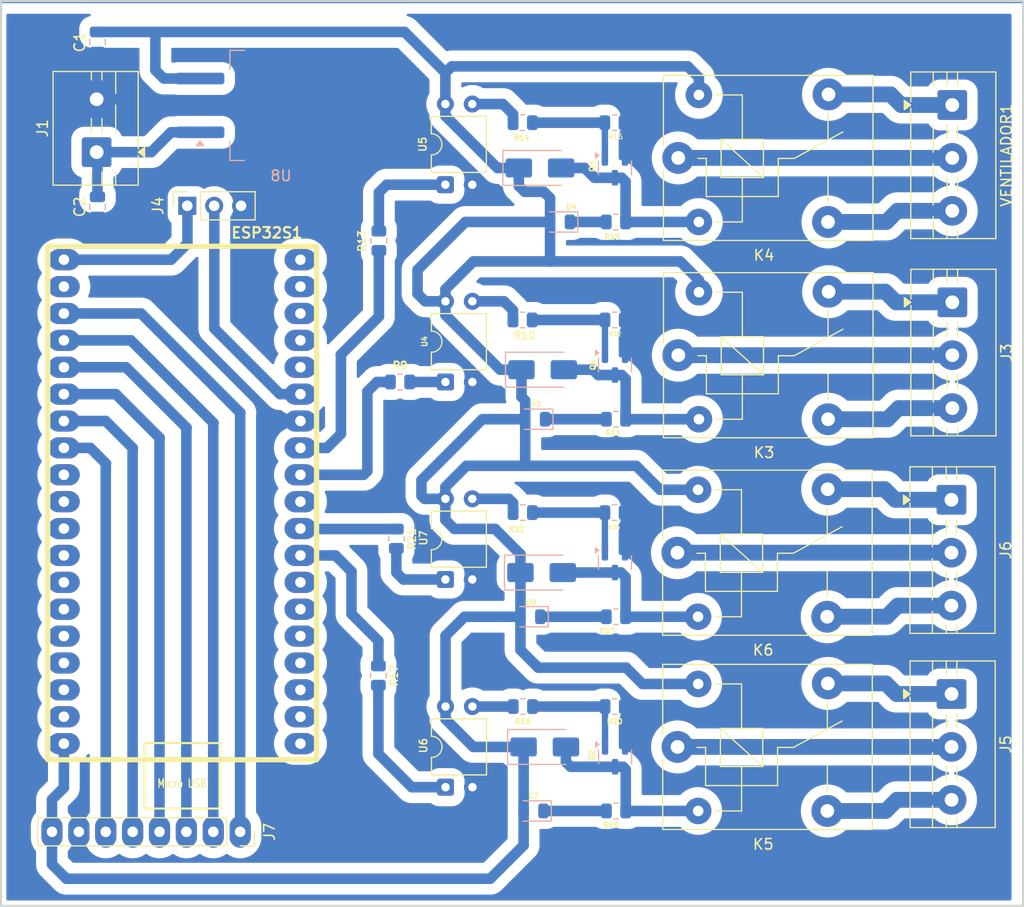
<source format=kicad_pcb>
(kicad_pcb (version 20241229) (generator "pcbnew") (generator_version "9.0")
  (layers (0 "F.Cu" signal) (2 "B.Cu" signal) (13 "F.Paste" user) (15 "B.Paste" user) (5 "F.SilkS" user "F.Silkscreen") (7 "B.SilkS" user "B.Silkscreen") (1 "F.Mask" user) (3 "B.Mask" user) (25 "Edge.Cuts" user))
  (net 0 "")
  (net 1 "5V")
  (net 2 "VCC")
  (net 3 "GP36")
  (net 4 "GP19")
  (net 5 "GND")
  (net 7 "Net-(D3-K)")
  (net 8 "Net-(D4-K)")
  (net 9 "Net-(D5-A)")
  (net 10 "Net-(D6-A)")
  (net 11 "Net-(D7-K)")
  (net 12 "Net-(D8-A)")
  (net 13 "Net-(D9-K)")
  (net 14 "Net-(D10-A)")
  (net 15 "GP17")
  (net 16 "GP32")
  (net 17 "GP21")
  (net 18 "GP34")
  (net 20 "GP39")
  (net 21 "GP18")
  (net 22 "GP35")
  (net 23 "GP33")
  (net 24 "Net-(R9-Pad1)")
  (net 25 "Net-(R10-Pad1)")
  (net 26 "Net-(R13-Pad1)")
  (net 27 "Net-(R14-Pad1)")
  (net 28 "GP16")
  (net 29 "Net-(R17-Pad1)")
  (net 30 "Net-(R18-Pad1)")
  (net 31 "Net-(R21-Pad1)")
  (net 32 "COM1")
  (net 33 "Net-(R22-Pad1)")
  (net 41 "NC1")
  (net 42 "NO1")
  (net 43 "3.3V")
  (net 45 "3,3V")
  (net 56 "COM3")
  (net 57 "NO3")
  (net 59 "NC3")
  (net 62 "COM2")
  (net 64 "NC2")
  (net 65 "Net-(Q1-G)")
  (net 66 "Net-(Q2-G)")
  (net 67 "Net-(Q3-G)")
  (net 68 "Net-(Q4-G)")
  (net 69 "NO2")
  (net 70 "COM4")
  (net 71 "NC4")
  (net 72 "NO4")
  (footprint "Relay_THT:Relay_SPDT_SANYOU_SRD_Series_Form_C" (layer "F.Cu") (at 96.3775 89.06)
    (property "Reference" "K3" (at 8.1 9.2 0) (layer "F.SilkS"))
    (property "Value" "Relay" (hide yes))
    (pad "1" thru_hole circle (at 0 0 90) (size 3 3) (drill 1.3) (layers "*.Cu" "*.Mask") (net 70 "COM4"))
    (pad "2" thru_hole circle (at 1.95 6.05 90) (size 2.5 2.5) (drill 1) (layers "*.Cu" "*.Mask") (net 9 "Net-(D5-A)"))
    (pad "3" thru_hole circle (at 14.15 6.05 90) (size 3 3) (drill 1.3) (layers "*.Cu" "*.Mask") (net 72 "NO4"))
    (pad "4" thru_hole circle (at 14.2 -6 90) (size 3 3) (drill 1.3) (layers "*.Cu" "*.Mask") (net 71 "NC4"))
    (pad "5" thru_hole circle (at 1.95 -5.95 90) (size 2.5 2.5) (drill 1) (layers "*.Cu" "*.Mask") (net 1 "5V"))
  )
  (footprint "Package_DIP:DIP-4_W7.62mm" (layer "F.Cu") (at 74.3775 91.59 90)
    (property "Reference" "U4" (at 3.83 -1.9675 90) (layer "F.SilkS") (effects (font (size 0.5 0.5) (thickness 0.125) (bold yes))))
    (property "Value" "PC817")
    (pad "1" thru_hole roundrect (at 0 0 90) (size 1.6 1.6) (drill 0.8) (layers "*.Cu" "*.Mask") (roundrect_rratio 0.15625) (net 24 "Net-(R9-Pad1)"))
    (pad "2" thru_hole circle (at 0 2.54 90) (size 1.6 1.6) (drill 0.8) (layers "*.Cu" "*.Mask") (net 5 "GND"))
    (pad "3" thru_hole circle (at 7.62 2.54 90) (size 1.6 1.6) (drill 0.8) (layers "*.Cu" "*.Mask") (net 25 "Net-(R10-Pad1)"))
    (pad "4" thru_hole circle (at 7.62 0 90) (size 1.6 1.6) (drill 0.8) (layers "*.Cu" "*.Mask") (net 1 "5V"))
  )
  (footprint "Relay_THT:Relay_SPDT_SANYOU_SRD_Series_Form_C" (layer "F.Cu") (at 96.37 70.42)
    (property "Reference" "K4" (at 8.1 9.2 0) (layer "F.SilkS"))
    (property "Value" "Relay" (hide yes))
    (pad "1" thru_hole circle (at 0 0 90) (size 3 3) (drill 1.3) (layers "*.Cu" "*.Mask") (net 32 "COM1"))
    (pad "2" thru_hole circle (at 1.95 6.05 90) (size 2.5 2.5) (drill 1) (layers "*.Cu" "*.Mask") (net 10 "Net-(D6-A)"))
    (pad "3" thru_hole circle (at 14.15 6.05 90) (size 3 3) (drill 1.3) (layers "*.Cu" "*.Mask") (net 42 "NO1"))
    (pad "4" thru_hole circle (at 14.2 -6 90) (size 3 3) (drill 1.3) (layers "*.Cu" "*.Mask") (net 41 "NC1"))
    (pad "5" thru_hole circle (at 1.95 -5.95 90) (size 2.5 2.5) (drill 1) (layers "*.Cu" "*.Mask") (net 1 "5V"))
  )
  (footprint "Package_DIP:DIP-4_W7.62mm" (layer "F.Cu") (at 74.385 129.875 90)
    (property "Reference" "U6" (at 3.925 -2.095 90) (layer "F.SilkS") (effects (font (size 0.7 0.7) (thickness 0.14) (bold yes))))
    (property "Value" "PC817")
    (pad "1" thru_hole roundrect (at 0 0 90) (size 1.6 1.6) (drill 0.8) (layers "*.Cu" "*.Mask") (roundrect_rratio 0.15625) (net 29 "Net-(R17-Pad1)"))
    (pad "2" thru_hole circle (at 0 2.54 90) (size 1.6 1.6) (drill 0.8) (layers "*.Cu" "*.Mask") (net 5 "GND"))
    (pad "3" thru_hole circle (at 7.62 2.54 90) (size 1.6 1.6) (drill 0.8) (layers "*.Cu" "*.Mask") (net 30 "Net-(R18-Pad1)"))
    (pad "4" thru_hole circle (at 7.62 0 90) (size 1.6 1.6) (drill 0.8) (layers "*.Cu" "*.Mask") (net 1 "5V"))
  )
  (footprint "TerminalBlock:TerminalBlock_MaiXu_MX126-5.0-03P_1x03_P5.00mm" (layer "F.Cu") (at 122.2675 84.06 -90)
    (property "Reference" "J3" (at 4.75 -5.12 90) (layer "F.SilkS"))
    (property "Value" "Screw_Terminal_01x03" (hide yes))
    (pad "1" thru_hole roundrect (at 0 0 270) (size 2.8 2.8) (drill 1.3) (layers "*.Cu" "*.Mask") (roundrect_rratio 0.089286) (net 41 "NC1"))
    (pad "2" thru_hole circle (at 5 0 270) (size 2.8 2.8) (drill 1.3) (layers "*.Cu" "*.Mask") (net 32 "COM1"))
    (pad "3" thru_hole circle (at 10 0 270) (size 2.8 2.8) (drill 1.3) (layers "*.Cu" "*.Mask") (net 42 "NO1"))
  )
  (footprint "TerminalBlock:TerminalBlock_MaiXu_MX126-5.0-03P_1x03_P5.00mm" (layer "F.Cu") (at 122.26 65.42 -90)
    (property "Reference" "VENTILADOR1" (at 4.75 -5.12 90) (layer "F.SilkS"))
    (property "Value" "Screw_Terminal_01x03" (hide yes))
    (pad "1" thru_hole roundrect (at 0 0 270) (size 2.8 2.8) (drill 1.3) (layers "*.Cu" "*.Mask") (roundrect_rratio 0.089286) (net 41 "NC1"))
    (pad "2" thru_hole circle (at 5 0 270) (size 2.8 2.8) (drill 1.3) (layers "*.Cu" "*.Mask") (net 32 "COM1"))
    (pad "3" thru_hole circle (at 10 0 270) (size 2.8 2.8) (drill 1.3) (layers "*.Cu" "*.Mask") (net 42 "NO1"))
  )
  (footprint "Relay_THT:Relay_SPDT_SANYOU_SRD_Series_Form_C" (layer "F.Cu") (at 96.305 126.07)
    (property "Reference" "K5" (at 8.1 9.2 0) (layer "F.SilkS"))
    (property "Value" "Relay" (hide yes))
    (pad "1" thru_hole circle (at 0 0 90) (size 3 3) (drill 1.3) (layers "*.Cu" "*.Mask") (net 56 "COM3"))
    (pad "2" thru_hole circle (at 1.95 6.05 90) (size 2.5 2.5) (drill 1) (layers "*.Cu" "*.Mask") (net 12 "Net-(D8-A)"))
    (pad "3" thru_hole circle (at 14.15 6.05 90) (size 3 3) (drill 1.3) (layers "*.Cu" "*.Mask") (net 57 "NO3"))
    (pad "4" thru_hole circle (at 14.2 -6 90) (size 3 3) (drill 1.3) (layers "*.Cu" "*.Mask") (net 59 "NC3"))
    (pad "5" thru_hole circle (at 1.95 -5.95 90) (size 2.5 2.5) (drill 1) (layers "*.Cu" "*.Mask") (net 1 "5V"))
  )
  (footprint "Package_DIP:DIP-4_W7.62mm" (layer "F.Cu") (at 74.37 72.95 90)
    (property "Reference" "U5" (at 3.815 -2.145 90) (layer "F.SilkS") (effects (font (size 0.7 0.7) (thickness 0.14) (bold yes))))
    (property "Value" "PC817")
    (pad "1" thru_hole roundrect (at 0 0 90) (size 1.6 1.6) (drill 0.8) (layers "*.Cu" "*.Mask") (roundrect_rratio 0.15625) (net 26 "Net-(R13-Pad1)"))
    (pad "2" thru_hole circle (at 0 2.54 90) (size 1.6 1.6) (drill 0.8) (layers "*.Cu" "*.Mask") (net 5 "GND"))
    (pad "3" thru_hole circle (at 7.62 2.54 90) (size 1.6 1.6) (drill 0.8) (layers "*.Cu" "*.Mask") (net 27 "Net-(R14-Pad1)"))
    (pad "4" thru_hole circle (at 7.62 0 90) (size 1.6 1.6) (drill 0.8) (layers "*.Cu" "*.Mask") (net 1 "5V"))
  )
  (footprint "TerminalBlock:TerminalBlock_MaiXu_MX126-5.0-02P_1x02_P5.00mm" (layer "F.Cu") (at 41.4225 69.875 90)
    (property "Reference" "J1" (at 2.25 -5.12 90) (layer "F.SilkS"))
    (property "Value" "Screw_Terminal_01x02" (hide yes))
    (pad "1" thru_hole roundrect (at 0 0 90) (size 2.8 2.8) (drill 1.3) (layers "*.Cu" "*.Mask") (roundrect_rratio 0.089286) (net 2 "VCC"))
    (pad "2" thru_hole circle (at 5 0 90) (size 2.8 2.8) (drill 1.3) (layers "*.Cu" "*.Mask") (net 5 "GND"))
  )
  (footprint "Connector_PinSocket_2.54mm:PinSocket_1x03_P2.54mm_Vertical" (layer "F.Cu") (at 49.985 74.945 90)
    (property "Reference" "J4" (at 0 -2.77 90) (layer "F.SilkS"))
    (property "Value" "sensor de temperatura")
    (pad "1" thru_hole rect (at 0 0 90) (size 1.7 1.7) (drill 1) (layers "*.Cu" "*.Mask") (net 43 "3.3V"))
    (pad "2" thru_hole circle (at 0 2.54 90) (size 1.7 1.7) (drill 1) (layers "*.Cu" "*.Mask") (net 17 "GP21"))
    (pad "3" thru_hole circle (at 0 5.08 90) (size 1.7 1.7) (drill 1) (layers "*.Cu" "*.Mask") (net 5 "GND"))
  )
  (footprint "Connector_PinSocket_2.54mm:PinSocket_1x08_P2.54mm_Vertical" (layer "F.Cu") (at 54.98 134.09 -90)
    (property "Reference" "J7" (at 0 -2.77 270) (layer "F.SilkS"))
    (property "Value" "Conn_01x08" (hide yes))
    (pad "1" thru_hole oval (at 0 0 270) (size 3 2) (drill 1) (layers "*.Cu" "*.Mask") (net 3 "GP36"))
    (pad "2" thru_hole oval (at 0 2.54 270) (size 3 2) (drill 1) (layers "*.Cu" "*.Mask") (net 20 "GP39"))
    (pad "3" thru_hole oval (at 0 5.08 270) (size 3 2) (drill 1) (layers "*.Cu" "*.Mask") (net 18 "GP34"))
    (pad "4" thru_hole oval (at 0 7.62 270) (size 3 2) (drill 1) (layers "*.Cu" "*.Mask") (net 22 "GP35"))
    (pad "5" thru_hole oval (at 0 10.16 270) (size 3 2) (drill 1) (layers "*.Cu" "*.Mask") (net 16 "GP32"))
    (pad "6" thru_hole oval (at 0 12.7 270) (size 3 2) (drill 1) (layers "*.Cu" "*.Mask") (net 23 "GP33"))
    (pad "7" thru_hole oval (at 0 15.24 270) (size 3 2) (drill 1) (layers "*.Cu" "*.Mask") (net 5 "GND"))
    (pad "8" thru_hole oval (at 0 17.78 270) (size 3 2) (drill 1) (layers "*.Cu" "*.Mask") (net 1 "5V"))
  )
  (footprint "Relay_THT:Relay_SPDT_SANYOU_SRD_Series_Form_C" (layer "F.Cu") (at 96.2925 107.72)
    (property "Reference" "K6" (at 8.1 9.2 0) (layer "F.SilkS"))
    (property "Value" "Relay" (hide yes))
    (pad "1" thru_hole circle (at 0 0 90) (size 3 3) (drill 1.3) (layers "*.Cu" "*.Mask") (net 62 "COM2"))
    (pad "2" thru_hole circle (at 1.95 6.05 90) (size 2.5 2.5) (drill 1) (layers "*.Cu" "*.Mask") (net 14 "Net-(D10-A)"))
    (pad "3" thru_hole circle (at 14.15 6.05 90) (size 3 3) (drill 1.3) (layers "*.Cu" "*.Mask") (net 69 "NO2"))
    (pad "4" thru_hole circle (at 14.2 -6 90) (size 3 3) (drill 1.3) (layers "*.Cu" "*.Mask") (net 64 "NC2"))
    (pad "5" thru_hole circle (at 1.95 -5.95 90) (size 2.5 2.5) (drill 1) (layers "*.Cu" "*.Mask") (net 1 "5V"))
  )
  (footprint "6°3RA_Nahuel:ESP32S_38_PINES" (layer "F.Cu") (at 49.5 75.2565)
    (property "Reference" "ESP32S1" (at 8 2.2435 0) (layer "F.SilkS") (effects (font (thickness 0.2) (bold yes))))
    (property "Value" "~" (hide yes))
    (fp_text user "Micro USB" (at 0 54.737 0) (layer "F.SilkS") (effects (font (size 0.8 0.6) (thickness 0.12) (bold yes)) (justify bottom)))
    (pad "1" thru_hole oval (at 11.176 4.783) (size 3 2) (drill oval 1) (layers "*.Cu" "*.Mask"))
    (pad "2" thru_hole oval (at 11.176 7.323) (size 3 2) (drill oval 1) (layers "*.Cu" "*.Mask"))
    (pad "3" thru_hole oval (at 11.176 9.863) (size 3 2) (drill oval 1) (layers "*.Cu" "*.Mask"))
    (pad "4" thru_hole oval (at 11.176 12.403) (size 3 2) (drill oval 1) (layers "*.Cu" "*.Mask"))
    (pad "5" thru_hole oval (at 11.176 14.943) (size 3 2) (drill oval 1) (layers "*.Cu" "*.Mask"))
    (pad "6" thru_hole oval (at 11.176 17.483) (size 3 2) (drill oval 1) (layers "*.Cu" "*.Mask") (net 17 "GP21"))
    (pad "7" thru_hole oval (at 11.176 20.023) (size 3 2) (drill oval 1) (layers "*.Cu" "*.Mask") (net 5 "GND"))
    (pad "8" thru_hole oval (at 11.176 22.563) (size 3 2) (drill oval 1) (layers "*.Cu" "*.Mask") (net 4 "GP19"))
    (pad "9" thru_hole oval (at 11.176 25.103) (size 3 2) (drill oval 1) (layers "*.Cu" "*.Mask") (net 21 "GP18"))
    (pad "10" thru_hole oval (at 11.176 27.643) (size 3 2) (drill oval 1) (layers "*.Cu" "*.Mask"))
    (pad "11" thru_hole oval (at 11.176 30.183) (size 3 2) (drill oval 1) (layers "*.Cu" "*.Mask") (net 15 "GP17"))
    (pad "12" thru_hole oval (at 11.176 32.723) (size 3 2) (drill oval 1) (layers "*.Cu" "*.Mask") (net 28 "GP16"))
    (pad "13" thru_hole oval (at 11.176 35.263) (size 3 2) (drill oval 1) (layers "*.Cu" "*.Mask"))
    (pad "14" thru_hole oval (at 11.176 37.803) (size 3 2) (drill oval 1) (layers "*.Cu" "*.Mask"))
    (pad "15" thru_hole oval (at 11.176 40.343) (size 3 2) (drill oval 1) (layers "*.Cu" "*.Mask"))
    (pad "16" thru_hole oval (at 11.176 42.883) (size 3 2) (drill oval 1) (layers "*.Cu" "*.Mask"))
    (pad "17" thru_hole oval (at 11.176 45.423) (size 3 2) (drill oval 1) (layers "*.Cu" "*.Mask"))
    (pad "18" thru_hole oval (at 11.176 47.963) (size 3 2) (drill oval 1) (layers "*.Cu" "*.Mask"))
    (pad "19" thru_hole oval (at 11.176 50.503) (size 3 2) (drill oval 1) (layers "*.Cu" "*.Mask"))
    (pad "20" thru_hole oval (at -11.17 4.78) (size 3 2) (drill oval 1) (layers "*.Cu" "*.Mask") (net 45 "3,3V"))
    (pad "21" thru_hole oval (at -11.176 7.323) (size 3 2) (drill oval 1) (layers "*.Cu" "*.Mask"))
    (pad "22" thru_hole oval (at -11.176 9.863) (size 3 2) (drill oval 1) (layers "*.Cu" "*.Mask") (net 3 "GP36"))
    (pad "23" thru_hole oval (at -11.176 12.403) (size 3 2) (drill oval 1) (layers "*.Cu" "*.Mask") (net 20 "GP39"))
    (pad "24" thru_hole oval (at -11.176 14.943) (size 3 2) (drill oval 1) (layers "*.Cu" "*.Mask") (net 18 "GP34"))
    (pad "25" thru_hole oval (at -11.176 17.483) (size 3 2) (drill oval 1) (layers "*.Cu" "*.Mask") (net 22 "GP35"))
    (pad "26" thru_hole oval (at -11.176 20.023) (size 3 2) (drill oval 1) (layers "*.Cu" "*.Mask") (net 16 "GP32"))
    (pad "27" thru_hole oval (at -11.176 22.563) (size 3 2) (drill oval 1) (layers "*.Cu" "*.Mask") (net 23 "GP33"))
    (pad "28" thru_hole oval (at -11.176 25.103) (size 3 2) (drill oval 1) (layers "*.Cu" "*.Mask"))
    (pad "29" thru_hole oval (at -11.176 27.643) (size 3 2) (drill oval 1) (layers "*.Cu" "*.Mask"))
    (pad "30" thru_hole oval (at -11.176 30.183) (size 3 2) (drill oval 1) (layers "*.Cu" "*.Mask"))
    (pad "31" thru_hole oval (at -11.176 32.723) (size 3 2) (drill oval 1) (layers "*.Cu" "*.Mask"))
    (pad "32" thru_hole oval (at -11.176 35.263) (size 3 2) (drill oval 1) (layers "*.Cu" "*.Mask"))
    (pad "33" thru_hole oval (at -11.176 37.803) (size 3 2) (drill oval 1) (layers "*.Cu" "*.Mask"))
    (pad "34" thru_hole oval (at -11.176 40.343) (size 3 2) (drill oval 1) (layers "*.Cu" "*.Mask"))
    (pad "35" thru_hole oval (at -11.176 42.883) (size 3 2) (drill oval 1) (layers "*.Cu" "*.Mask"))
    (pad "36" thru_hole oval (at -11.176 45.423) (size 3 2) (drill oval 1) (layers "*.Cu" "*.Mask"))
    (pad "37" thru_hole oval (at -11.176 47.963) (size 3 2) (drill oval 1) (layers "*.Cu" "*.Mask"))
    (pad "38" thru_hole oval (at -11.176 50.503) (size 3 2) (drill oval 1) (layers "*.Cu" "*.Mask") (net 1 "5V"))
  )
  (footprint "TerminalBlock:TerminalBlock_MaiXu_MX126-5.0-03P_1x03_P5.00mm" (layer "F.Cu") (at 122.195 121.07 -90)
    (property "Reference" "J5" (at 4.75 -5.12 90) (layer "F.SilkS"))
    (property "Value" "Screw_Terminal_01x03" (hide yes))
    (pad "1" thru_hole roundrect (at 0 0 270) (size 2.8 2.8) (drill 1.3) (layers "*.Cu" "*.Mask") (roundrect_rratio 0.089286) (net 59 "NC3"))
    (pad "2" thru_hole circle (at 5 0 270) (size 2.8 2.8) (drill 1.3) (layers "*.Cu" "*.Mask") (net 56 "COM3"))
    (pad "3" thru_hole circle (at 10 0 270) (size 2.8 2.8) (drill 1.3) (layers "*.Cu" "*.Mask") (net 57 "NO3"))
  )
  (footprint "Package_DIP:DIP-4_W7.62mm" (layer "F.Cu") (at 74.3725 110.25 90)
    (property "Reference" "U7" (at 3.92 -2.07 90) (layer "F.SilkS") (effects (font (size 0.7 0.7) (thickness 0.14) (bold yes))))
    (property "Value" "PC817")
    (pad "1" thru_hole roundrect (at 0 0 90) (size 1.6 1.6) (drill 0.8) (layers "*.Cu" "*.Mask") (roundrect_rratio 0.15625) (net 31 "Net-(R21-Pad1)"))
    (pad "2" thru_hole circle (at 0 2.54 90) (size 1.6 1.6) (drill 0.8) (layers "*.Cu" "*.Mask") (net 5 "GND"))
    (pad "3" thru_hole circle (at 7.62 2.54 90) (size 1.6 1.6) (drill 0.8) (layers "*.Cu" "*.Mask") (net 33 "Net-(R22-Pad1)"))
    (pad "4" thru_hole circle (at 7.62 0 90) (size 1.6 1.6) (drill 0.8) (layers "*.Cu" "*.Mask") (net 1 "5V"))
  )
  (footprint "TerminalBlock:TerminalBlock_MaiXu_MX126-5.0-03P_1x03_P5.00mm" (layer "F.Cu") (at 122.1825 102.72 -90)
    (property "Reference" "J6" (at 4.75 -5.12 90) (layer "F.SilkS"))
    (property "Value" "Screw_Terminal_01x03" (hide yes))
    (pad "1" thru_hole roundrect (at 0 0 270) (size 2.8 2.8) (drill 1.3) (layers "*.Cu" "*.Mask") (roundrect_rratio 0.089286) (net 64 "NC2"))
    (pad "2" thru_hole circle (at 5 0 270) (size 2.8 2.8) (drill 1.3) (layers "*.Cu" "*.Mask") (net 62 "COM2"))
    (pad "3" thru_hole circle (at 10 0 270) (size 2.8 2.8) (drill 1.3) (layers "*.Cu" "*.Mask") (net 69 "NO2"))
  )
  (footprint "Resistor_SMD:R_0805_2012Metric" (layer "B.Cu") (at 90.485 113.77)
    (property "Reference" "R23" (at -0.8125 1.36 0) (layer "F.SilkS") (effects (font (size 0.5 0.5) (thickness 0.125))))
    (property "Value" "220Ω")
    (pad "1" smd roundrect (at -0.9125 0) (size 1.025 1.4) (layers "B.Cu" "B.Mask" "B.Paste") (roundrect_rratio 0.243902) (net 13 "Net-(D9-K)"))
    (pad "2" smd roundrect (at 0.9125 0) (size 1.025 1.4) (layers "B.Cu" "B.Mask" "B.Paste") (roundrect_rratio 0.243902) (net 14 "Net-(D10-A)"))
  )
  (footprint "Resistor_SMD:R_0805_2012Metric" (layer "B.Cu") (at 90.3675 122.255)
    (property "Reference" "R20" (at 0 1.4 0) (layer "F.SilkS") (effects (font (size 0.5 0.5) (thickness 0.125))))
    (property "Value" "10KΩ")
    (pad "1" smd roundrect (at -0.9125 0) (size 1.025 1.4) (layers "B.Cu" "B.Mask" "B.Paste") (roundrect_rratio 0.243902) (net 66 "Net-(Q2-G)"))
    (pad "2" smd roundrect (at 0.9125 0) (size 1.025 1.4) (layers "B.Cu" "B.Mask" "B.Paste") (roundrect_rratio 0.243902) (net 5 "GND"))
  )
  (footprint "Resistor_SMD:R_0805_2012Metric" (layer "B.Cu") (at 81.6825 103.93)
    (property "Reference" "R22" (at -0.56 1.58 0) (layer "F.SilkS") (effects (font (size 0.5 0.5) (thickness 0.125))))
    (property "Value" "1KΩ")
    (pad "1" smd roundrect (at -0.9125 0) (size 1.025 1.4) (layers "B.Cu" "B.Mask" "B.Paste") (roundrect_rratio 0.243902) (net 33 "Net-(R22-Pad1)"))
    (pad "2" smd roundrect (at 0.9125 0) (size 1.025 1.4) (layers "B.Cu" "B.Mask" "B.Paste") (roundrect_rratio 0.243902) (net 65 "Net-(Q1-G)"))
  )
  (footprint "Resistor_SMD:R_0805_2012Metric" (layer "B.Cu") (at 90.4825 76.47)
    (property "Reference" "R15" (at -0.35 1.42 0) (layer "F.SilkS") (effects (font (size 0.5 0.5) (thickness 0.125))))
    (property "Value" "220Ω")
    (pad "1" smd roundrect (at -0.9125 0) (size 1.025 1.4) (layers "B.Cu" "B.Mask" "B.Paste") (roundrect_rratio 0.243902) (net 8 "Net-(D4-K)"))
    (pad "2" smd roundrect (at 0.9125 0) (size 1.025 1.4) (layers "B.Cu" "B.Mask" "B.Paste") (roundrect_rratio 0.243902) (net 10 "Net-(D6-A)"))
  )
  (footprint "Resistor_SMD:R_0805_2012Metric" (layer "B.Cu") (at 90.36 85.73)
    (property "Reference" "R12" (at 0.02 1.32 0) (layer "F.SilkS") (effects (font (size 0.4 0.4) (thickness 0.1))))
    (property "Value" "10KΩ")
    (pad "1" smd roundrect (at -0.9125 0) (size 1.025 1.4) (layers "B.Cu" "B.Mask" "B.Paste") (roundrect_rratio 0.243902) (net 68 "Net-(Q4-G)"))
    (pad "2" smd roundrect (at 0.9125 0) (size 1.025 1.4) (layers "B.Cu" "B.Mask" "B.Paste") (roundrect_rratio 0.243902) (net 5 "GND"))
  )
  (footprint "Resistor_SMD:R_0805_2012Metric" (layer "B.Cu") (at 90.355 103.93)
    (property "Reference" "R24" (at -0.0675 1.4 0) (layer "F.SilkS") (effects (font (size 0.4 0.4) (thickness 0.1))))
    (property "Value" "10KΩ")
    (pad "1" smd roundrect (at -0.9125 0) (size 1.025 1.4) (layers "B.Cu" "B.Mask" "B.Paste") (roundrect_rratio 0.243902) (net 65 "Net-(Q1-G)"))
    (pad "2" smd roundrect (at 0.9125 0) (size 1.025 1.4) (layers "B.Cu" "B.Mask" "B.Paste") (roundrect_rratio 0.243902) (net 5 "GND"))
  )
  (footprint "Diode_SMD:D_SMA" (layer "B.Cu") (at 83.4625 109.595)
    (property "Reference" "D10" (hide yes))
    (property "Value" "1N4007")
    (pad "1" smd roundrect (at -2 0) (size 2.5 1.8) (layers "B.Cu" "B.Mask" "B.Paste") (roundrect_rratio 0.1388888889) (net 1 "5V"))
    (pad "2" smd roundrect (at 2 0) (size 2.5 1.8) (layers "B.Cu" "B.Mask" "B.Paste") (roundrect_rratio 0.1388888889) (net 14 "Net-(D10-A)"))
  )
  (footprint "Diode_SMD:D_SMA" (layer "B.Cu") (at 83.56 90.43)
    (property "Reference" "D5" (hide yes))
    (property "Value" "1N4007")
    (pad "1" smd roundrect (at -2 0) (size 2.5 1.8) (layers "B.Cu" "B.Mask" "B.Paste") (roundrect_rratio 0.1388888889) (net 1 "5V"))
    (pad "2" smd roundrect (at 2 0) (size 2.5 1.8) (layers "B.Cu" "B.Mask" "B.Paste") (roundrect_rratio 0.1388888889) (net 9 "Net-(D5-A)"))
  )
  (footprint "Resistor_SMD:R_0805_2012Metric" (layer "B.Cu") (at 90.4975 132.12)
    (property "Reference" "R19" (at -0.47 1.34 0) (layer "F.SilkS") (effects (font (size 0.5 0.5) (thickness 0.125))))
    (property "Value" "220Ω")
    (pad "1" smd roundrect (at -0.9125 0) (size 1.025 1.4) (layers "B.Cu" "B.Mask" "B.Paste") (roundrect_rratio 0.243902) (net 11 "Net-(D7-K)"))
    (pad "2" smd roundrect (at 0.9125 0) (size 1.025 1.4) (layers "B.Cu" "B.Mask" "B.Paste") (roundrect_rratio 0.243902) (net 12 "Net-(D8-A)"))
  )
  (footprint "Capacitor_SMD:C_0805_2012Metric" (layer "B.Cu") (at 41.5 59.47 -90)
    (property "Reference" "C1" (at 0 1.68 90) (layer "F.SilkS"))
    (property "Value" "C_US" (hide yes))
    (pad "1" smd roundrect (at -0.95 0 270) (size 1 1.45) (layers "B.Cu" "B.Mask" "B.Paste") (net 1 "5V"))
    (pad "2" smd roundrect (at 0.95 0 270) (size 1 1.45) (layers "B.Cu" "B.Mask" "B.Paste") (net 5 "GND"))
  )
  (footprint "Diode_SMD:D_SMA" (layer "B.Cu") (at 83.76 126.07)
    (property "Reference" "D8" (hide yes))
    (property "Value" "1N4007")
    (pad "1" smd roundrect (at -2 0) (size 2.5 1.8) (layers "B.Cu" "B.Mask" "B.Paste") (roundrect_rratio 0.1388888889) (net 1 "5V"))
    (pad "2" smd roundrect (at 2 0) (size 2.5 1.8) (layers "B.Cu" "B.Mask" "B.Paste") (roundrect_rratio 0.1388888889) (net 12 "Net-(D8-A)"))
  )
  (footprint "Resistor_SMD:R_0805_2012Metric" (layer "B.Cu") (at 69.74 106.3975 90)
    (property "Reference" "R21" (at -0.0375 1.48 90) (layer "F.SilkS") (effects (font (size 0.7 0.7) (thickness 0.14) (bold yes))))
    (property "Value" "220Ω")
    (pad "1" smd roundrect (at -0.9125 0 90) (size 1.025 1.4) (layers "B.Cu" "B.Mask" "B.Paste") (roundrect_rratio 0.243902) (net 31 "Net-(R21-Pad1)"))
    (pad "2" smd roundrect (at 0.9125 0 90) (size 1.025 1.4) (layers "B.Cu" "B.Mask" "B.Paste") (roundrect_rratio 0.243902) (net 15 "GP17"))
  )
  (footprint "Resistor_SMD:R_0805_2012Metric" (layer "B.Cu") (at 70.0875 91.59 180)
    (property "Reference" "R9" (at 0.0025 1.55 0) (layer "F.SilkS") (effects (font (size 0.7 0.7) (thickness 0.17) (bold yes))))
    (property "Value" "220Ω")
    (pad "1" smd roundrect (at -0.9125 0 180) (size 1.025 1.4) (layers "B.Cu" "B.Mask" "B.Paste") (roundrect_rratio 0.243902) (net 24 "Net-(R9-Pad1)"))
    (pad "2" smd roundrect (at 0.9125 0 180) (size 1.025 1.4) (layers "B.Cu" "B.Mask" "B.Paste") (roundrect_rratio 0.243902) (net 21 "GP18"))
  )
  (footprint "LED_SMD:LED_0805_2012Metric" (layer "B.Cu") (at 82.4 113.77 180)
    (property "Reference" "D9" (at -0.06 1.34 0) (layer "F.SilkS") (effects (font (size 0.5 0.5) (thickness 0.125))))
    (property "Value" "LED")
    (pad "1" smd roundrect (at -0.9375 0 180) (size 0.975 1.4) (layers "B.Cu" "B.Mask" "B.Paste") (net 13 "Net-(D9-K)"))
    (pad "2" smd roundrect (at 0.9375 0 180) (size 0.975 1.4) (layers "B.Cu" "B.Mask" "B.Paste") (net 1 "5V"))
  )
  (footprint "Capacitor_SMD:C_0805_2012Metric" (layer "B.Cu") (at 41.5 75.05 -90)
    (property "Reference" "C2" (at 0 1.68 90) (layer "F.SilkS"))
    (property "Value" "C" (hide yes))
    (pad "1" smd roundrect (at -0.95 0 270) (size 1 1.45) (layers "B.Cu" "B.Mask" "B.Paste") (net 2 "VCC"))
    (pad "2" smd roundrect (at 0.95 0 270) (size 1 1.45) (layers "B.Cu" "B.Mask" "B.Paste") (net 5 "GND"))
  )
  (footprint "LED_SMD:LED_0805_2012Metric" (layer "B.Cu") (at 85.2 76.47 180)
    (property "Reference" "D4" (at -1.08 1.44 0) (layer "F.SilkS") (effects (font (size 0.5 0.5) (thickness 0.125))))
    (property "Value" "LED")
    (pad "1" smd roundrect (at -0.9375 0 180) (size 0.975 1.4) (layers "B.Cu" "B.Mask" "B.Paste") (net 8 "Net-(D4-K)"))
    (pad "2" smd roundrect (at 0.9375 0 180) (size 0.975 1.4) (layers "B.Cu" "B.Mask" "B.Paste") (net 1 "5V"))
  )
  (footprint "Package_TO_SOT_SMD:SOT-23" (layer "B.Cu") (at 90.3925 108.6575 -90)
    (property "Reference" "Q1" (hide yes))
    (property "Value" "2N7002")
    (pad "1" smd roundrect (at -0.9375 0.95 270) (size 1.475 0.6) (layers "B.Cu" "B.Mask" "B.Paste") (net 65 "Net-(Q1-G)"))
    (pad "2" smd roundrect (at -0.9375 -0.95 270) (size 1.475 0.6) (layers "B.Cu" "B.Mask" "B.Paste") (net 5 "GND"))
    (pad "3" smd roundrect (at 0.9375 0 270) (size 1.475 0.6) (layers "B.Cu" "B.Mask" "B.Paste") (net 14 "Net-(D10-A)"))
  )
  (footprint "Resistor_SMD:R_0805_2012Metric" (layer "B.Cu") (at 90.34 67.09)
    (property "Reference" "R16" (at 0.09 1.32 0) (layer "F.SilkS") (effects (font (size 0.5 0.5) (thickness 0.075))))
    (property "Value" "10KΩ")
    (pad "1" smd roundrect (at -0.9125 0) (size 1.025 1.4) (layers "B.Cu" "B.Mask" "B.Paste") (roundrect_rratio 0.243902) (net 67 "Net-(Q3-G)"))
    (pad "2" smd roundrect (at 0.9125 0) (size 1.025 1.4) (layers "B.Cu" "B.Mask" "B.Paste") (roundrect_rratio 0.243902) (net 5 "GND"))
  )
  (footprint "Package_TO_SOT_SMD:SOT-23" (layer "B.Cu") (at 90.39 71.3575 -90)
    (property "Reference" "Q3" (at -0.12 2.15 90) (layer "F.SilkS") (effects (font (size 0.5 0.5) (thickness 0.125))))
    (property "Value" "2N7002H")
    (pad "1" smd roundrect (at -0.9375 0.95 270) (size 1.475 0.6) (layers "B.Cu" "B.Mask" "B.Paste") (net 67 "Net-(Q3-G)"))
    (pad "2" smd roundrect (at -0.9375 -0.95 270) (size 1.475 0.6) (layers "B.Cu" "B.Mask" "B.Paste") (net 5 "GND"))
    (pad "3" smd roundrect (at 0.9375 0 270) (size 1.475 0.6) (layers "B.Cu" "B.Mask" "B.Paste") (net 10 "Net-(D6-A)"))
  )
  (footprint "Package_TO_SOT_SMD:SOT-23" (layer "B.Cu") (at 90.3975 89.9975 -90)
    (property "Reference" "Q4" (at -0.0225 2.0775 90) (layer "F.SilkS") (effects (font (size 0.5 0.5) (thickness 0.125))))
    (property "Value" "2N7002")
    (pad "1" smd roundrect (at -0.9375 0.95 270) (size 1.475 0.6) (layers "B.Cu" "B.Mask" "B.Paste") (net 68 "Net-(Q4-G)"))
    (pad "2" smd roundrect (at -0.9375 -0.95 270) (size 1.475 0.6) (layers "B.Cu" "B.Mask" "B.Paste") (net 5 "GND"))
    (pad "3" smd roundrect (at 0.9375 0 270) (size 1.475 0.6) (layers "B.Cu" "B.Mask" "B.Paste") (net 9 "Net-(D5-A)"))
  )
  (footprint "Resistor_SMD:R_0805_2012Metric" (layer "B.Cu") (at 81.695 122.255)
    (property "Reference" "R18" (at 0 1.4 0) (layer "F.SilkS") (effects (font (size 0.5 0.5) (thickness 0.125))))
    (property "Value" "1KΩ")
    (pad "1" smd roundrect (at -0.9125 0) (size 1.025 1.4) (layers "B.Cu" "B.Mask" "B.Paste") (roundrect_rratio 0.243902) (net 30 "Net-(R18-Pad1)"))
    (pad "2" smd roundrect (at 0.9125 0) (size 1.025 1.4) (layers "B.Cu" "B.Mask" "B.Paste") (roundrect_rratio 0.243902) (net 66 "Net-(Q2-G)"))
  )
  (footprint "Resistor_SMD:R_0805_2012Metric" (layer "B.Cu") (at 68.04 119.3275 90)
    (property "Reference" "R17" (at 0 1.49 90) (layer "F.SilkS") (effects (font (size 0.7 0.7) (thickness 0.14) (bold yes))))
    (property "Value" "220Ω")
    (pad "1" smd roundrect (at -0.9125 0 90) (size 1.025 1.4) (layers "B.Cu" "B.Mask" "B.Paste") (roundrect_rratio 0.243902) (net 29 "Net-(R17-Pad1)"))
    (pad "2" smd roundrect (at 0.9125 0 90) (size 1.025 1.4) (layers "B.Cu" "B.Mask" "B.Paste") (roundrect_rratio 0.243902) (net 28 "GP16"))
  )
  (footprint "Resistor_SMD:R_0805_2012Metric" (layer "B.Cu") (at 81.6625 85.73)
    (property "Reference" "R10" (at 0.1725 1.47 0) (layer "F.SilkS") (effects (font (size 0.7 0.7))))
    (property "Value" "1KΩ")
    (pad "1" smd roundrect (at -0.9125 0) (size 1.025 1.4) (layers "B.Cu" "B.Mask" "B.Paste") (roundrect_rratio 0.243902) (net 25 "Net-(R10-Pad1)"))
    (pad "2" smd roundrect (at 0.9125 0) (size 1.025 1.4) (layers "B.Cu" "B.Mask" "B.Paste") (roundrect_rratio 0.243902) (net 68 "Net-(Q4-G)"))
  )
  (footprint "Package_TO_SOT_SMD:SOT-23" (layer "B.Cu") (at 90.405 127.0075 -90)
    (property "Reference" "Q2" (at -0.15 2.2 90) (layer "F.SilkS") (effects (font (size 0.5 0.5) (thickness 0.125))))
    (property "Value" "2N7002")
    (pad "1" smd roundrect (at -0.9375 0.95 270) (size 1.475 0.6) (layers "B.Cu" "B.Mask" "B.Paste") (net 66 "Net-(Q2-G)"))
    (pad "2" smd roundrect (at -0.9375 -0.95 270) (size 1.475 0.6) (layers "B.Cu" "B.Mask" "B.Paste") (net 5 "GND"))
    (pad "3" smd roundrect (at 0.9375 0 270) (size 1.475 0.6) (layers "B.Cu" "B.Mask" "B.Paste") (net 12 "Net-(D8-A)"))
  )
  (footprint "Resistor_SMD:R_0805_2012Metric" (layer "B.Cu") (at 90.49 95.11)
    (property "Reference" "R11" (at -0.26 1.27 0) (layer "F.SilkS") (effects (font (size 0.5 0.5) (thickness 0.125))))
    (property "Value" "220Ω")
    (pad "1" smd roundrect (at -0.9125 0) (size 1.025 1.4) (layers "B.Cu" "B.Mask" "B.Paste") (roundrect_rratio 0.243902) (net 7 "Net-(D3-K)"))
    (pad "2" smd roundrect (at 0.9125 0) (size 1.025 1.4) (layers "B.Cu" "B.Mask" "B.Paste") (roundrect_rratio 0.243902) (net 9 "Net-(D5-A)"))
  )
  (footprint "LED_SMD:LED_0805_2012Metric" (layer "B.Cu") (at 82.8525 95.11 180)
    (property "Reference" "D3" (at -0.0575 1.41 0) (layer "F.SilkS") (effects (font (size 0.5 0.5) (thickness 0.1) (bold yes))))
    (property "Value" "LED")
    (pad "1" smd roundrect (at -0.9375 0 180) (size 0.975 1.4) (layers "B.Cu" "B.Mask" "B.Paste") (net 7 "Net-(D3-K)"))
    (pad "2" smd roundrect (at 0.9375 0 180) (size 0.975 1.4) (layers "B.Cu" "B.Mask" "B.Paste") (net 1 "5V"))
  )
  (footprint "LED_SMD:LED_0805_2012Metric" (layer "B.Cu") (at 82.6975 132.12 180)
    (property "Reference" "D7" (at 0 1.4 0) (layer "F.SilkS") (effects (font (size 0.5 0.5) (thickness 0.125))))
    (property "Value" "LED")
    (pad "1" smd roundrect (at -0.9375 0 180) (size 0.975 1.4) (layers "B.Cu" "B.Mask" "B.Paste") (net 11 "Net-(D7-K)"))
    (pad "2" smd roundrect (at 0.9375 0 180) (size 0.975 1.4) (layers "B.Cu" "B.Mask" "B.Paste") (net 1 "5V"))
  )
  (footprint "Diode_SMD:D_SMA" (layer "B.Cu") (at 83.31 71.37)
    (property "Reference" "D6" (hide yes))
    (property "Value" "1N4007")
    (pad "1" smd roundrect (at -2 0) (size 2.5 1.8) (layers "B.Cu" "B.Mask" "B.Paste") (roundrect_rratio 0.1388888889) (net 1 "5V"))
    (pad "2" smd roundrect (at 2 0) (size 2.5 1.8) (layers "B.Cu" "B.Mask" "B.Paste") (roundrect_rratio 0.1388888889) (net 10 "Net-(D6-A)"))
  )
  (footprint "Resistor_SMD:R_0805_2012Metric" (layer "B.Cu") (at 81.68 67.09)
    (property "Reference" "R14" (at -0.1125 1.43 0) (layer "F.SilkS") (effects (font (size 0.5 0.5) (thickness 0.125))))
    (property "Value" "1KΩ")
    (pad "1" smd roundrect (at -0.9125 0) (size 1.025 1.4) (layers "B.Cu" "B.Mask" "B.Paste") (roundrect_rratio 0.243902) (net 27 "Net-(R14-Pad1)"))
    (pad "2" smd roundrect (at 0.9125 0) (size 1.025 1.4) (layers "B.Cu" "B.Mask" "B.Paste") (roundrect_rratio 0.243902) (net 67 "Net-(Q3-G)"))
  )
  (footprint "Package_TO_SOT_SMD:TO-263-3_TabPin2" (layer "B.Cu") (at 58.84 65.46)
    (property "Reference" "U8" (at 0 6.65 0) (layer "B.SilkS") (effects (justify mirror)))
    (property "Value" "KA78M05_TO252")
    (pad "1" smd roundrect (at -7.65 2.54) (size 4.6 1.1) (layers "B.Cu" "B.Mask" "B.Paste") (roundrect_rratio 0.227273) (net 2 "VCC"))
    (pad "2" smd roundrect (at -7.65 0) (size 4.6 1.1) (layers "B.Cu" "B.Mask" "B.Paste") (roundrect_rratio 0.227273) (net 5 "GND"))
    (pad "2" smd roundrect (at 1.5 0) (size 9.4 10.8) (layers "B.Cu" "B.Mask") (roundrect_rratio 0.026596) (net 5 "GND"))
    (pad "3" smd roundrect (at -7.65 -2.54) (size 4.6 1.1) (layers "B.Cu" "B.Mask" "B.Paste") (roundrect_rratio 0.227273) (net 1 "5V"))
  )
  (footprint "Resistor_SMD:R_0805_2012Metric" (layer "B.Cu") (at 68.0875 78.25 -90)
    (property "Reference" "R13" (at 0.02 1.61 90) (layer "F.SilkS") (effects (font (size 0.7 0.7) (thickness 0.14) (bold yes))))
    (property "Value" "220Ω")
    (pad "1" smd roundrect (at -0.9125 0 270) (size 1.025 1.4) (layers "B.Cu" "B.Mask" "B.Paste") (roundrect_rratio 0.243902) (net 26 "Net-(R13-Pad1)"))
    (pad "2" smd roundrect (at 0.9125 0 270) (size 1.025 1.4) (layers "B.Cu" "B.Mask" "B.Paste") (roundrect_rratio 0.243902) (net 4 "GP19"))
  )
  (gr_rect (start 128.96 55.7) (end 128.96 140.94) (stroke (width 0.2)) (fill no) (layer "B.Cu"))
  (gr_rect (start 32.39 55.7) (end 128.96 55.7) (stroke (width 0.2)) (fill no) (layer "B.Cu"))
  (gr_rect (start 32.39 55.6) (end 128.96 141.08) (stroke (width 0.2)) (fill no) (layer "Edge.Cuts"))
  (segment (start 122.2675 94.06) (end 117.1875 94.06) (width 1.5) (layer "B.Cu") (net 0))
  (segment (start 117.1875 94.06) (end 116.1375 95.11) (width 1.5) (layer "B.Cu") (net 0))
  (segment (start 116.9375 84.06) (end 115.9375 83.06) (width 1.5) (layer "B.Cu") (net 0))
  (segment (start 116.1375 95.11) (end 110.5275 95.11) (width 1.5) (layer "B.Cu") (net 0))
  (segment (start 122.2675 84.06) (end 116.9375 84.06) (width 1.5) (layer "B.Cu") (net 0))
  (segment (start 122.2675 89.06) (end 96.3775 89.06) (width 1.5) (layer "B.Cu") (net 0))
  (segment (start 115.9375 83.06) (end 110.5775 83.06) (width 1.5) (layer "B.Cu") (net 0))
  (segment (start 81.31 73.07) (end 81.86 73.62) (width 1) (layer "B.Cu") (net 1))
  (segment (start 81.4625 107.8725) (end 79.06 105.47) (width 1) (layer "B.Cu") (net 1))
  (segment (start 79.06 105.47) (end 76.18 105.47) (width 1) (layer "B.Cu") (net 1))
  (segment (start 74.3775 83.97) (end 72.46 83.97) (width 1) (layer "B.Cu") (net 1))
  (segment (start 71.74 83.25) (end 71.74 80.99) (width 1) (layer "B.Cu") (net 1))
  (segment (start 72.11 100.87) (end 76.39 96.59) (width 1) (layer "B.Cu") (net 1))
  (segment (start 74.3775 82.83863) (end 77.01613 80.2) (width 1) (layer "B.Cu") (net 1))
  (segment (start 41.5 58.52) (end 46.97 58.52) (width 1) (layer "B.Cu") (net 1))
  (segment (start 97.26 61.77) (end 98.32 62.83) (width 1) (layer "B.Cu") (net 1))
  (segment (start 37.2 134.09) (end 37.2 131.04) (width 1) (layer "B.Cu") (net 1))
  (segment (start 79.27863 71.37) (end 81.31 71.37) (width 1) (layer "B.Cu") (net 1))
  (segment (start 81.4625 116.9025) (end 83.14 118.58) (width 1) (layer "B.Cu") (net 1))
  (segment (start 74.3725 102.63) (end 74.3725 101.49863) (width 1) (layer "B.Cu") (net 1))
  (segment (start 81.56 92.99) (end 81.56 90.43) (width 1) (layer "B.Cu") (net 1))
  (segment (start 81.4625 109.595) (end 81.4625 107.8725) (width 1) (layer "B.Cu") (net 1))
  (segment (start 75.21 105.47) (end 74.3725 104.6325) (width 1) (layer "B.Cu") (net 1))
  (segment (start 76.26 76.47) (end 84.149 76.47) (width 1) (layer "B.Cu") (net 1))
  (segment (start 81.76 135.37) (end 81.76 132.12) (width 1) (layer "B.Cu") (net 1))
  (segment (start 84.32 80.2) (end 96.5575 80.2) (width 1) (layer "B.Cu") (net 1))
  (segment (start 74.97 61.77) (end 97.26 61.77) (width 1) (layer "B.Cu") (net 1))
  (segment (start 83.67 73.62) (end 84.2625 74.2125) (width 1) (layer "B.Cu") (net 1))
  (segment (start 81.31 71.37) (end 81.31 73.07) (width 1) (layer "B.Cu") (net 1))
  (segment (start 74.37 65.33) (end 74.37 62.37) (width 1) (layer "B.Cu") (net 1))
  (segment (start 76.39 96.58) (end 77.86 95.11) (width 1) (layer "B.Cu") (net 1))
  (segment (start 91.45 118.58) (end 92.99 120.12) (width 1) (layer "B.Cu") (net 1))
  (segment (start 81.4625 113.77) (end 81.4625 116.9025) (width 1) (layer "B.Cu") (net 1))
  (segment (start 84.2625 76.47) (end 84.2625 80.1425) (width 1) (layer "B.Cu") (net 1))
  (segment (start 81.915 95.11) (end 81.915 93.345) (width 1) (layer "B.Cu") (net 1))
  (segment (start 74.3725 101.49863) (end 76.36113 99.51) (width 1) (layer "B.Cu") (net 1))
  (segment (start 81.76 126.07) (end 77 126.07) (width 1) (layer "B.Cu") (net 1))
  (segment (start 81.56 90.43) (end 79.54 90.43) (width 1) (layer "B.Cu") (net 1))
  (segment (start 96.5575 80.2) (end 98.3275 81.97) (width 1) (layer "B.Cu") (net 1))
  (segment (start 76.18 113.77) (end 81.4625 113.77) (width 1) (layer "B.Cu") (net 1))
  (segment (start 74.37 62.37) (end 74.97 61.77) (width 1) (layer "B.Cu") (net 1))
  (segment (start 84.2625 74.2125) (end 84.2625 76.47) (width 1) (layer "B.Cu") (net 1))
  (segment (start 46.97 58.52) (end 70.52 58.52) (width 1) (layer "B.Cu") (net 1))
  (segment (start 77.01613 80.2) (end 84.32 80.2) (width 1) (layer "B.Cu") (net 1))
  (segment (start 37.2 134.09) (end 37.2 137.16) (width 1) (layer "B.Cu") (net 1))
  (segment (start 74.385 115.565) (end 76.18 113.77) (width 1) (layer "B.Cu") (net 1))
  (segment (start 81.91 99.51) (end 92.39 99.51) (width 1) (layer "B.Cu") (net 1))
  (segment (start 81.915 93.345) (end 81.56 92.99) (width 1) (layer "B.Cu") (net 1))
  (segment (start 79.54 90.43) (end 74.3775 85.2675) (width 1) (layer "B.Cu") (net 1))
  (segment (start 72.4 102.63) (end 72.11 102.34) (width 1) (layer "B.Cu") (net 1))
  (segment (start 74.3775 83.97) (end 74.3775 82.83863) (width 1) (layer "B.Cu") (net 1))
  (segment (start 37.2 131.04) (end 38.324 129.916) (width 1) (layer "B.Cu") (net 1))
  (segment (start 74.3775 85.2675) (end 74.3775 83.97) (width 1) (layer "B.Cu") (net 1))
  (segment (start 81.915 95.11) (end 81.915 99.505) (width 1) (layer "B.Cu") (net 1))
  (segment (start 94.65 101.77) (end 98.2425 101.77) (width 1) (layer "B.Cu") (net 1))
  (segment (start 74.3725 102.63) (end 72.4 102.63) (width 1) (layer "B.Cu") (net 1))
  (segment (start 38.324 129.916) (end 38.324 125.7595) (width 1) (layer "B.Cu") (net 1))
  (segment (start 51.19 62.92) (end 47.76 62.92) (width 1) (layer "B.Cu") (net 1))
  (segment (start 81.4625 109.595) (end 81.4625 113.77) (width 1) (layer "B.Cu") (net 1))
  (segment (start 83.14 118.58) (end 91.45 118.58) (width 1) (layer "B.Cu") (net 1))
  (segment (start 81.76 127.945) (end 81.76 126.14) (width 1) (layer "B.Cu") (net 1))
  (segment (start 74.37 66.46137) (end 79.27863 71.37) (width 1) (layer "B.Cu") (net 1))
  (segment (start 38.56 138.52) (end 78.61 138.52) (width 1) (layer "B.Cu") (net 1))
  (segment (start 92.39 99.51) (end 94.65 101.77) (width 1) (layer "B.Cu") (net 1))
  (segment (start 72.46 83.97) (end 71.74 83.25) (width 1) (layer "B.Cu") (net 1))
  (segment (start 81.915 99.505) (end 81.91 99.51) (width 1) (layer "B.Cu") (net 1))
  (segment (start 76.39 96.59) (end 76.39 96.58) (width 1) (layer "B.Cu") (net 1))
  (segment (start 72.11 102.34) (end 72.11 100.87) (width 1) (layer "B.Cu") (net 1))
  (segment (start 46.97 62.13) (end 46.97 58.52) (width 1) (layer "B.Cu") (net 1))
  (segment (start 81.76 127.945) (end 81.76 132.12) (width 1) (layer "B.Cu") (net 1))
  (segment (start 92.99 120.12) (end 98.255 120.12) (width 1) (layer "B.Cu") (net 1))
  (segment (start 84.2625 80.1425) (end 84.32 80.2) (width 1) (layer "B.Cu") (net 1))
  (segment (start 74.385 123.455) (end 74.385 115.565) (width 1) (layer "B.Cu") (net 1))
  (segment (start 77.86 95.11) (end 81.8015 95.11) (width 1) (layer "B.Cu") (net 1))
  (segment (start 70.52 58.52) (end 74.37 62.37) (width 1) (layer "B.Cu") (net 1))
  (segment (start 76.18 105.47) (end 75.21 105.47) (width 1) (layer "B.Cu") (net 1))
  (segment (start 37.2 137.16) (end 38.56 138.52) (width 1) (layer "B.Cu") (net 1))
  (segment (start 76.36113 99.51) (end 81.91 99.51) (width 1) (layer "B.Cu") (net 1))
  (segment (start 98.3275 81.97) (end 98.3275 83.11) (width 1) (layer "B.Cu") (net 1))
  (segment (start 47.76 62.92) (end 46.97 62.13) (width 1) (layer "B.Cu") (net 1))
  (segment (start 77 126.07) (end 74.385 123.455) (width 1) (layer "B.Cu") (net 1))
  (segment (start 98.32 62.83) (end 98.32 64.47) (width 1) (layer "B.Cu") (net 1))
  (segment (start 81.86 73.62) (end 83.67 73.62) (width 1) (layer "B.Cu") (net 1))
  (segment (start 74.37 65.33) (end 74.37 66.46137) (width 1) (layer "B.Cu") (net 1))
  (segment (start 74.3725 104.6325) (end 74.3725 102.63) (width 1) (layer "B.Cu") (net 1))
  (segment (start 71.74 80.99) (end 76.26 76.47) (width 1) (layer "B.Cu") (net 1))
  (segment (start 78.61 138.52) (end 81.76 135.37) (width 1) (layer "B.Cu") (net 1))
  (segment (start 41.5 69.9525) (end 41.4225 69.875) (width 1) (layer "B.Cu") (net 2))
  (segment (start 51.19 68) (end 48.44 68) (width 1) (layer "B.Cu") (net 2))
  (segment (start 48.44 68) (end 46.565 69.875) (width 1) (layer "B.Cu") (net 2))
  (segment (start 41.5 74.1) (end 41.5 69.9525) (width 1) (layer "B.Cu") (net 2))
  (segment (start 46.565 69.875) (end 41.4225 69.875) (width 1) (layer "B.Cu") (net 2))
  (segment (start 54.98 134.09) (end 54.98 94.52) (width 1) (layer "B.Cu") (net 3))
  (segment (start 54.98 94.52) (end 55 94.5) (width 1) (layer "B.Cu") (net 3))
  (segment (start 55 94.5) (end 45.6195 85.1195) (width 1) (layer "B.Cu") (net 3))
  (segment (start 45.6195 85.1195) (end 38.324 85.1195) (width 1) (layer "B.Cu") (net 3))
  (segment (start 64.5 96.5) (end 63.1805 97.8195) (width 1) (layer "B.Cu") (net 4))
  (segment (start 68.0875 79.1625) (end 68.0875 85.4125) (width 1) (layer "B.Cu") (net 4))
  (segment (start 64.5 89) (end 64.5 96.5) (width 1) (layer "B.Cu") (net 4))
  (segment (start 68.0875 85.4125) (end 64.5 89) (width 1) (layer "B.Cu") (net 4))
  (segment (start 63.1805 97.8195) (end 60.676 97.8195) (width 1) (layer "B.Cu") (net 4))
  (segment (start 89.5775 95.11) (end 83.79 95.11) (width 1) (layer "B.Cu") (net 7))
  (segment (start 89.57 76.47) (end 86.1375 76.47) (width 1) (layer "B.Cu") (net 8))
  (segment (start 88.306662 90.43) (end 85.56 90.43) (width 1) (layer "B.Cu") (net 9))
  (segment (start 88.811662 90.935) (end 88.306662 90.43) (width 1) (layer "B.Cu") (net 9))
  (segment (start 98.3275 95.11) (end 91.4025 95.11) (width 1) (layer "B.Cu") (net 9))
  (segment (start 91.035 90.935) (end 90.3975 90.935) (width 1) (layer "B.Cu") (net 9))
  (segment (start 91.4025 91.3025) (end 91.035 90.935) (width 1) (layer "B.Cu") (net 9))
  (segment (start 90.3975 90.935) (end 88.811662 90.935) (width 1) (layer "B.Cu") (net 9))
  (segment (start 91.4025 95.11) (end 91.4025 91.3025) (width 1) (layer "B.Cu") (net 9))
  (segment (start 88.455 72.295) (end 90.39 72.295) (width 1) (layer "B.Cu") (net 10))
  (segment (start 87.53 71.37) (end 88.455 72.295) (width 1) (layer "B.Cu") (net 10))
  (segment (start 91.395 72.665) (end 91.025 72.295) (width 1) (layer "B.Cu") (net 10))
  (segment (start 91.395 76.47) (end 91.395 72.665) (width 1) (layer "B.Cu") (net 10))
  (segment (start 85.31 71.37) (end 87.53 71.37) (width 1) (layer "B.Cu") (net 10))
  (segment (start 91.025 72.295) (end 90.39 72.295) (width 1) (layer "B.Cu") (net 10))
  (segment (start 98.32 76.47) (end 91.395 76.47) (width 1) (layer "B.Cu") (net 10))
  (segment (start 89.585 132.12) (end 83.635 132.12) (width 1) (layer "B.Cu") (net 11))
  (segment (start 85.76 126.07) (end 85.76 127.5) (width 1) (layer "B.Cu") (net 12))
  (segment (start 91.41 132.12) (end 98.255 132.12) (width 1) (layer "B.Cu") (net 12))
  (segment (start 85.76 127.5) (end 86.205 127.945) (width 1) (layer "B.Cu") (net 12))
  (segment (start 91.155 127.945) (end 90.405 127.945) (width 1) (layer "B.Cu") (net 12))
  (segment (start 86.205 127.945) (end 90.405 127.945) (width 1) (layer "B.Cu") (net 12))
  (segment (start 91.41 132.12) (end 91.41 128.2) (width 1) (layer "B.Cu") (net 12))
  (segment (start 91.41 128.2) (end 91.155 127.945) (width 1) (layer "B.Cu") (net 12))
  (segment (start 83.3375 113.77) (end 89.5725 113.77) (width 1) (layer "B.Cu") (net 13))
  (segment (start 91.3975 110.0275) (end 90.965 109.595) (width 1) (layer "B.Cu") (net 14))
  (segment (start 98.1625 113.85) (end 98.2425 113.77) (width 0.2) (layer "B.Cu") (net 14))
  (segment (start 90.3925 109.595) (end 85.4625 109.595) (width 1) (layer "B.Cu") (net 14))
  (segment (start 90.965 109.595) (end 90.3925 109.595) (width 1) (layer "B.Cu") (net 14))
  (segment (start 91.3975 113.77) (end 91.3975 110.0275) (width 1) (layer "B.Cu") (net 14))
  (segment (start 98.2425 113.77) (end 91.3975 113.77) (width 1) (layer "B.Cu") (net 14))
  (segment (start 60.7215 105.485) (end 60.676 105.4395) (width 1) (layer "B.Cu") (net 15))
  (segment (start 69.74 105.485) (end 60.7215 105.485) (width 1) (layer "B.Cu") (net 15))
  (segment (start 44.82 134.09) (end 44.82 97.86) (width 1) (layer "B.Cu") (net 16))
  (segment (start 38.324 95.2795) (end 42.2795 95.2795) (width 1) (layer "B.Cu") (net 16))
  (segment (start 42.2795 95.2795) (end 44.84 97.84) (width 1) (layer "B.Cu") (net 16))
  (segment (start 44.82 97.86) (end 44.84 97.84) (width 1) (layer "B.Cu") (net 16))
  (segment (start 52.54 74.96) (end 52.525 74.945) (width 1) (layer "B.Cu") (net 17))
  (segment (start 52.54 86.54) (end 52.54 74.96) (width 1) (layer "B.Cu") (net 17))
  (segment (start 58.7395 92.7395) (end 52.54 86.54) (width 1) (layer "B.Cu") (net 17))
  (segment (start 60.676 92.7395) (end 58.7395 92.7395) (width 1) (layer "B.Cu") (net 17))
  (segment (start 49.9 95.94) (end 49.92 95.92) (width 1) (layer "B.Cu") (net 18))
  (segment (start 49.92 95.92) (end 44.1995 90.1995) (width 1) (layer "B.Cu") (net 18))
  (segment (start 49.9 134.09) (end 49.9 95.94) (width 1) (layer "B.Cu") (net 18))
  (segment (start 44.1995 90.1995) (end 38.324 90.1995) (width 1) (layer "B.Cu") (net 18))
  (segment (start 52.46 95.46) (end 52.44 95.48) (width 1) (layer "B.Cu") (net 20))
  (segment (start 52.44 95.48) (end 52.44 134.09) (width 1) (layer "B.Cu") (net 20))
  (segment (start 52.46 95.46) (end 44.6595 87.6595) (width 1) (layer "B.Cu") (net 20))
  (segment (start 44.6595 87.6595) (end 38.324 87.6595) (width 1) (layer "B.Cu") (net 20))
  (segment (start 67 100) (end 66.6405 100.3595) (width 1) (layer "B.Cu") (net 21))
  (segment (start 69.1745 91.9195) (end 69.175 91.92) (width 0.2) (layer "B.Cu") (net 21))
  (segment (start 69.175 91.59) (end 67.91 91.59) (width 1) (layer "B.Cu") (net 21))
  (segment (start 66.6405 100.3595) (end 60.676 100.3595) (width 1) (layer "B.Cu") (net 21))
  (segment (start 67 92.5) (end 67 100) (width 1) (layer "B.Cu") (net 21))
  (segment (start 67.91 91.59) (end 67 92.5) (width 1) (layer "B.Cu") (net 21))
  (segment (start 47.36 96.9) (end 47.36 134.09) (width 1) (layer "B.Cu") (net 22))
  (segment (start 47.38 96.88) (end 43.2395 92.7395) (width 1) (layer "B.Cu") (net 22))
  (segment (start 43.2395 92.7395) (end 38.324 92.7395) (width 1) (layer "B.Cu") (net 22))
  (segment (start 47.38 96.88) (end 47.36 96.9) (width 1) (layer "B.Cu") (net 22))
  (segment (start 42.3 99.3) (end 42.28 99.32) (width 1) (layer "B.Cu") (net 23))
  (segment (start 42.3 99.3) (end 40.8195 97.8195) (width 1) (layer "B.Cu") (net 23))
  (segment (start 42.28 99.32) (end 42.28 134.09) (width 1) (layer "B.Cu") (net 23))
  (segment (start 40.8195 97.8195) (end 38.324 97.8195) (width 1) (layer "B.Cu") (net 23))
  (segment (start 74.3775 91.59) (end 71 91.59) (width 1) (layer "B.Cu") (net 24))
  (segment (start 80.75 85.73) (end 80.75 84.81) (width 1) (layer "B.Cu") (net 25))
  (segment (start 80.75 84.81) (end 79.91 83.97) (width 1) (layer "B.Cu") (net 25))
  (segment (start 79.91 83.97) (end 76.9175 83.97) (width 1) (layer "B.Cu") (net 25))
  (segment (start 74.37 72.95) (end 68.82 72.95) (width 1) (layer "B.Cu") (net 26))
  (segment (start 68.82 72.95) (end 68.0875 73.6825) (width 1) (layer "B.Cu") (net 26))
  (segment (start 68.0875 73.6825) (end 68.0875 77.3375) (width 1) (layer "B.Cu") (net 26))
  (segment (start 80.7675 67.09) (end 80.7675 66.2875) (width 1) (layer "B.Cu") (net 27))
  (segment (start 80.7675 66.2875) (end 79.81 65.33) (width 1) (layer "B.Cu") (net 27))
  (segment (start 79.81 65.33) (end 76.91 65.33) (width 1) (layer "B.Cu") (net 27))
  (segment (start 63.9795 107.9795) (end 60.676 107.9795) (width 1) (layer "B.Cu") (net 28))
  (segment (start 68.04 118.415) (end 68.04 116.04) (width 1) (layer "B.Cu") (net 28))
  (segment (start 65.5 109.5) (end 63.9795 107.9795) (width 1) (layer "B.Cu") (net 28))
  (segment (start 68.04 116.04) (end 65.5 113.5) (width 1) (layer "B.Cu") (net 28))
  (segment (start 65.5 113.5) (end 65.5 109.5) (width 1) (layer "B.Cu") (net 28))
  (segment (start 71.195 129.875) (end 68.04 126.72) (width 1) (layer "B.Cu") (net 29))
  (segment (start 68.04 126.72) (end 68.04 120.24) (width 1) (layer "B.Cu") (net 29))
  (segment (start 74.385 129.875) (end 71.195 129.875) (width 1) (layer "B.Cu") (net 29))
  (segment (start 80.7825 122.255) (end 76.925 122.255) (width 1) (layer "B.Cu") (net 30))
  (segment (start 70.4 110.25) (end 69.74 109.59) (width 1) (layer "B.Cu") (net 31))
  (segment (start 74.3725 110.25) (end 70.4 110.25) (width 1) (layer "B.Cu") (net 31))
  (segment (start 69.74 109.59) (end 69.74 107.31) (width 1) (layer "B.Cu") (net 31))
  (segment (start 122.26 70.42) (end 96.37 70.42) (width 1.5) (layer "B.Cu") (net 32))
  (segment (start 80.77 103.93) (end 80.77 103.03) (width 1) (layer "B.Cu") (net 33))
  (segment (start 80.37 102.63) (end 76.9125 102.63) (width 1) (layer "B.Cu") (net 33))
  (segment (start 80.77 103.03) (end 80.37 102.63) (width 1) (layer "B.Cu") (net 33))
  (segment (start 116.43 64.42) (end 110.57 64.42) (width 1.5) (layer "B.Cu") (net 41))
  (segment (start 122.26 65.42) (end 117.43 65.42) (width 1.5) (layer "B.Cu") (net 41))
  (segment (start 117.43 65.42) (end 116.43 64.42) (width 1.5) (layer "B.Cu") (net 41))
  (segment (start 116.03 76.47) (end 110.52 76.47) (width 1.5) (layer "B.Cu") (net 42))
  (segment (start 122.26 75.42) (end 117.08 75.42) (width 1.5) (layer "B.Cu") (net 42))
  (segment (start 117.08 75.42) (end 116.03 76.47) (width 1.5) (layer "B.Cu") (net 42))
  (segment (start 48.4635 80.0365) (end 50 78.5) (width 1) (layer "B.Cu") (net 45))
  (segment (start 38.33 80.0365) (end 48.4635 80.0365) (width 1) (layer "B.Cu") (net 45))
  (segment (start 50 78.5) (end 50 75.5) (width 1) (layer "B.Cu") (net 45))
  (segment (start 122.195 126.07) (end 96.305 126.07) (width 1.5) (layer "B.Cu") (net 56))
  (segment (start 117.025 131.07) (end 115.975 132.12) (width 1.5) (layer "B.Cu") (net 57))
  (segment (start 115.975 132.12) (end 110.455 132.12) (width 1.5) (layer "B.Cu") (net 57))
  (segment (start 122.195 131.07) (end 117.025 131.07) (width 1.5) (layer "B.Cu") (net 57))
  (segment (start 122.195 121.07) (end 116.985 121.07) (width 1.5) (layer "B.Cu") (net 59))
  (segment (start 116.985 121.07) (end 115.985 120.07) (width 1.5) (layer "B.Cu") (net 59))
  (segment (start 115.985 120.07) (end 110.505 120.07) (width 1.5) (layer "B.Cu") (net 59))
  (segment (start 122.1825 107.72) (end 96.2925 107.72) (width 1.5) (layer "B.Cu") (net 62))
  (segment (start 116.8725 102.72) (end 115.8725 101.72) (width 1.5) (layer "B.Cu") (net 64))
  (segment (start 122.1825 102.72) (end 116.8725 102.72) (width 1.5) (layer "B.Cu") (net 64))
  (segment (start 115.8725 101.72) (end 110.4925 101.72) (width 1.5) (layer "B.Cu") (net 64))
  (segment (start 89.4425 103.93) (end 89.4425 107.72) (width 0.6) (layer "B.Cu") (net 65))
  (segment (start 89.4425 103.93) (end 82.595 103.93) (width 1) (layer "B.Cu") (net 65))
  (segment (start 89.455 122.7525) (end 89.4425 122.74) (width 0.2) (layer "B.Cu") (net 66))
  (segment (start 89.455 122.255) (end 82.6075 122.255) (width 1) (layer "B.Cu") (net 66))
  (segment (start 89.425 126.04) (end 89.455 126.07) (width 0.2) (layer "B.Cu") (net 66))
  (segment (start 89.455 122.255) (end 89.455 126.07) (width 0.6) (layer "B.Cu") (net 66))
  (segment (start 82.5925 67.09) (end 89.4275 67.09) (width 1) (layer "B.Cu") (net 67))
  (segment (start 89.44 70.705) (end 89.44 67.1025) (width 0.6) (layer "B.Cu") (net 67))
  (segment (start 89.4475 85.73) (end 82.575 85.73) (width 1) (layer "B.Cu") (net 68))
  (segment (start 89.4475 89.06) (end 89.4475 85.73) (width 0.6) (layer "B.Cu") (net 68))
  (segment (start 89.4475 85.7425) (end 89.435 85.73) (width 0.2) (layer "B.Cu") (net 68))
  (segment (start 117.1125 112.72) (end 116.0625 113.77) (width 1.5) (layer "B.Cu") (net 69))
  (segment (start 122.1825 112.72) (end 117.1125 112.72) (width 1.5) (layer "B.Cu") (net 69))
  (segment (start 116.0625 113.77) (end 110.4425 113.77) (width 1.5) (layer "B.Cu") (net 69))
  (zone (net 5) (net_name "GND") (layer "B.Cu") (connect_pads yes (clearance 1)) (min_thickness 0.25) (fill yes (thermal_gap 0.5) (thermal_bridge_width 0.5))
    (polygon (pts (xy 32.39 55.7) (xy 128.96 55.7) (xy 128.96 140.94) (xy 32.39 140.94)))
  )
)
</source>
